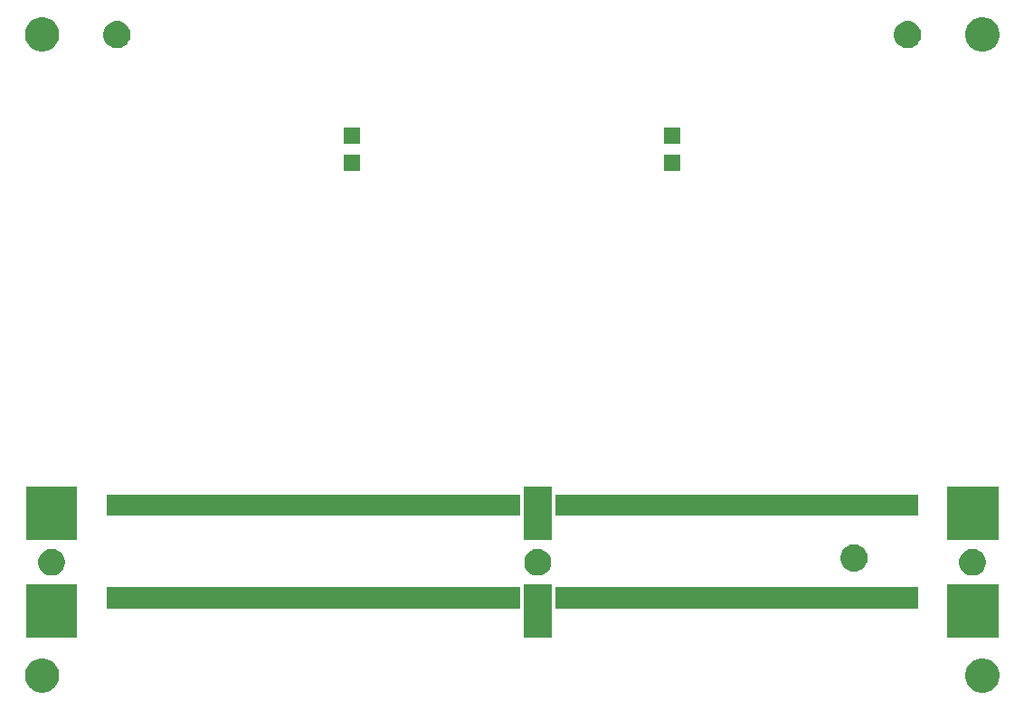
<source format=gbr>
G04 #@! TF.GenerationSoftware,KiCad,Pcbnew,5.0.2-bee76a0~70~ubuntu18.04.1*
G04 #@! TF.CreationDate,2020-07-02T17:28:08+02:00*
G04 #@! TF.ProjectId,ModulAdapter,4d6f6475-6c41-4646-9170-7465722e6b69,rev?*
G04 #@! TF.SameCoordinates,Original*
G04 #@! TF.FileFunction,Soldermask,Top*
G04 #@! TF.FilePolarity,Negative*
%FSLAX46Y46*%
G04 Gerber Fmt 4.6, Leading zero omitted, Abs format (unit mm)*
G04 Created by KiCad (PCBNEW 5.0.2-bee76a0~70~ubuntu18.04.1) date Do 02 Jul 2020 17:28:08 CEST*
%MOMM*%
%LPD*%
G01*
G04 APERTURE LIST*
%ADD10C,0.100000*%
G04 APERTURE END LIST*
D10*
G36*
X144466703Y-132461486D02*
X144757883Y-132582097D01*
X145019944Y-132757201D01*
X145242799Y-132980056D01*
X145417903Y-133242117D01*
X145538514Y-133533297D01*
X145600000Y-133842412D01*
X145600000Y-134157588D01*
X145538514Y-134466703D01*
X145417903Y-134757883D01*
X145242799Y-135019944D01*
X145019944Y-135242799D01*
X144757883Y-135417903D01*
X144466703Y-135538514D01*
X144157588Y-135600000D01*
X143842412Y-135600000D01*
X143533297Y-135538514D01*
X143242117Y-135417903D01*
X142980056Y-135242799D01*
X142757201Y-135019944D01*
X142582097Y-134757883D01*
X142461486Y-134466703D01*
X142400000Y-134157588D01*
X142400000Y-133842412D01*
X142461486Y-133533297D01*
X142582097Y-133242117D01*
X142757201Y-132980056D01*
X142980056Y-132757201D01*
X143242117Y-132582097D01*
X143533297Y-132461486D01*
X143842412Y-132400000D01*
X144157588Y-132400000D01*
X144466703Y-132461486D01*
X144466703Y-132461486D01*
G37*
G36*
X56466703Y-132461486D02*
X56757883Y-132582097D01*
X57019944Y-132757201D01*
X57242799Y-132980056D01*
X57417903Y-133242117D01*
X57538514Y-133533297D01*
X57600000Y-133842412D01*
X57600000Y-134157588D01*
X57538514Y-134466703D01*
X57417903Y-134757883D01*
X57242799Y-135019944D01*
X57019944Y-135242799D01*
X56757883Y-135417903D01*
X56466703Y-135538514D01*
X56157588Y-135600000D01*
X55842412Y-135600000D01*
X55533297Y-135538514D01*
X55242117Y-135417903D01*
X54980056Y-135242799D01*
X54757201Y-135019944D01*
X54582097Y-134757883D01*
X54461486Y-134466703D01*
X54400000Y-134157588D01*
X54400000Y-133842412D01*
X54461486Y-133533297D01*
X54582097Y-133242117D01*
X54757201Y-132980056D01*
X54980056Y-132757201D01*
X55242117Y-132582097D01*
X55533297Y-132461486D01*
X55842412Y-132400000D01*
X56157588Y-132400000D01*
X56466703Y-132461486D01*
X56466703Y-132461486D01*
G37*
G36*
X145500000Y-130490000D02*
X140700000Y-130490000D01*
X140700000Y-125490000D01*
X145500000Y-125490000D01*
X145500000Y-130490000D01*
X145500000Y-130490000D01*
G37*
G36*
X103700000Y-130490000D02*
X101100000Y-130490000D01*
X101100000Y-125490000D01*
X103700000Y-125490000D01*
X103700000Y-130490000D01*
X103700000Y-130490000D01*
G37*
G36*
X59300000Y-130490000D02*
X54500000Y-130490000D01*
X54500000Y-125490000D01*
X59300000Y-125490000D01*
X59300000Y-130490000D01*
X59300000Y-130490000D01*
G37*
G36*
X137975000Y-127750000D02*
X104025000Y-127750000D01*
X104025000Y-125750000D01*
X137975000Y-125750000D01*
X137975000Y-127750000D01*
X137975000Y-127750000D01*
G37*
G36*
X100775000Y-127750000D02*
X62025000Y-127750000D01*
X62025000Y-125750000D01*
X100775000Y-125750000D01*
X100775000Y-127750000D01*
X100775000Y-127750000D01*
G37*
G36*
X143464612Y-122198037D02*
X143692096Y-122292264D01*
X143896831Y-122429064D01*
X144070936Y-122603169D01*
X144207736Y-122807904D01*
X144301963Y-123035388D01*
X144350000Y-123276885D01*
X144350000Y-123523115D01*
X144301963Y-123764612D01*
X144207736Y-123992096D01*
X144070936Y-124196831D01*
X143896831Y-124370936D01*
X143692096Y-124507736D01*
X143464612Y-124601963D01*
X143223115Y-124650000D01*
X142976885Y-124650000D01*
X142735388Y-124601963D01*
X142507904Y-124507736D01*
X142303169Y-124370936D01*
X142129064Y-124196831D01*
X141992264Y-123992096D01*
X141898037Y-123764612D01*
X141850000Y-123523115D01*
X141850000Y-123276885D01*
X141898037Y-123035388D01*
X141992264Y-122807904D01*
X142129064Y-122603169D01*
X142303169Y-122429064D01*
X142507904Y-122292264D01*
X142735388Y-122198037D01*
X142976885Y-122150000D01*
X143223115Y-122150000D01*
X143464612Y-122198037D01*
X143464612Y-122198037D01*
G37*
G36*
X102764612Y-122198037D02*
X102992096Y-122292264D01*
X103196831Y-122429064D01*
X103370936Y-122603169D01*
X103507736Y-122807904D01*
X103601963Y-123035388D01*
X103650000Y-123276885D01*
X103650000Y-123523115D01*
X103601963Y-123764612D01*
X103507736Y-123992096D01*
X103370936Y-124196831D01*
X103196831Y-124370936D01*
X102992096Y-124507736D01*
X102764612Y-124601963D01*
X102523115Y-124650000D01*
X102276885Y-124650000D01*
X102035388Y-124601963D01*
X101807904Y-124507736D01*
X101603169Y-124370936D01*
X101429064Y-124196831D01*
X101292264Y-123992096D01*
X101198037Y-123764612D01*
X101150000Y-123523115D01*
X101150000Y-123276885D01*
X101198037Y-123035388D01*
X101292264Y-122807904D01*
X101429064Y-122603169D01*
X101603169Y-122429064D01*
X101807904Y-122292264D01*
X102035388Y-122198037D01*
X102276885Y-122150000D01*
X102523115Y-122150000D01*
X102764612Y-122198037D01*
X102764612Y-122198037D01*
G37*
G36*
X57264612Y-122198037D02*
X57492096Y-122292264D01*
X57696831Y-122429064D01*
X57870936Y-122603169D01*
X58007736Y-122807904D01*
X58101963Y-123035388D01*
X58150000Y-123276885D01*
X58150000Y-123523115D01*
X58101963Y-123764612D01*
X58007736Y-123992096D01*
X57870936Y-124196831D01*
X57696831Y-124370936D01*
X57492096Y-124507736D01*
X57264612Y-124601963D01*
X57023115Y-124650000D01*
X56776885Y-124650000D01*
X56535388Y-124601963D01*
X56307904Y-124507736D01*
X56103169Y-124370936D01*
X55929064Y-124196831D01*
X55792264Y-123992096D01*
X55698037Y-123764612D01*
X55650000Y-123523115D01*
X55650000Y-123276885D01*
X55698037Y-123035388D01*
X55792264Y-122807904D01*
X55929064Y-122603169D01*
X56103169Y-122429064D01*
X56307904Y-122292264D01*
X56535388Y-122198037D01*
X56776885Y-122150000D01*
X57023115Y-122150000D01*
X57264612Y-122198037D01*
X57264612Y-122198037D01*
G37*
G36*
X132247764Y-121754402D02*
X132370445Y-121778805D01*
X132601571Y-121874541D01*
X132809581Y-122013529D01*
X132986471Y-122190419D01*
X132986473Y-122190422D01*
X133125459Y-122398429D01*
X133221195Y-122629555D01*
X133221195Y-122629557D01*
X133256671Y-122807903D01*
X133270000Y-122874916D01*
X133270000Y-123125084D01*
X133221195Y-123370445D01*
X133125459Y-123601571D01*
X132986471Y-123809581D01*
X132809581Y-123986471D01*
X132809578Y-123986473D01*
X132601571Y-124125459D01*
X132370445Y-124221195D01*
X132247765Y-124245597D01*
X132125086Y-124270000D01*
X131874914Y-124270000D01*
X131752235Y-124245597D01*
X131629555Y-124221195D01*
X131398429Y-124125459D01*
X131190422Y-123986473D01*
X131190419Y-123986471D01*
X131013529Y-123809581D01*
X130874541Y-123601571D01*
X130778805Y-123370445D01*
X130730000Y-123125084D01*
X130730000Y-122874916D01*
X130743330Y-122807903D01*
X130778805Y-122629557D01*
X130778805Y-122629555D01*
X130874541Y-122398429D01*
X131013527Y-122190422D01*
X131013529Y-122190419D01*
X131190419Y-122013529D01*
X131398429Y-121874541D01*
X131629555Y-121778805D01*
X131752236Y-121754402D01*
X131874914Y-121730000D01*
X132125086Y-121730000D01*
X132247764Y-121754402D01*
X132247764Y-121754402D01*
G37*
G36*
X103700000Y-121310000D02*
X101100000Y-121310000D01*
X101100000Y-116310000D01*
X103700000Y-116310000D01*
X103700000Y-121310000D01*
X103700000Y-121310000D01*
G37*
G36*
X145500000Y-121310000D02*
X140700000Y-121310000D01*
X140700000Y-116310000D01*
X145500000Y-116310000D01*
X145500000Y-121310000D01*
X145500000Y-121310000D01*
G37*
G36*
X59300000Y-121310000D02*
X54500000Y-121310000D01*
X54500000Y-116310000D01*
X59300000Y-116310000D01*
X59300000Y-121310000D01*
X59300000Y-121310000D01*
G37*
G36*
X100775000Y-119050000D02*
X62025000Y-119050000D01*
X62025000Y-117050000D01*
X100775000Y-117050000D01*
X100775000Y-119050000D01*
X100775000Y-119050000D01*
G37*
G36*
X137975000Y-119050000D02*
X104025000Y-119050000D01*
X104025000Y-117050000D01*
X137975000Y-117050000D01*
X137975000Y-119050000D01*
X137975000Y-119050000D01*
G37*
G36*
X115736570Y-86780570D02*
X114235430Y-86780570D01*
X114235430Y-85279430D01*
X115736570Y-85279430D01*
X115736570Y-86780570D01*
X115736570Y-86780570D01*
G37*
G36*
X85764570Y-86780570D02*
X84263430Y-86780570D01*
X84263430Y-85279430D01*
X85764570Y-85279430D01*
X85764570Y-86780570D01*
X85764570Y-86780570D01*
G37*
G36*
X115736570Y-84240570D02*
X114235430Y-84240570D01*
X114235430Y-82739430D01*
X115736570Y-82739430D01*
X115736570Y-84240570D01*
X115736570Y-84240570D01*
G37*
G36*
X85764570Y-84240570D02*
X84263430Y-84240570D01*
X84263430Y-82739430D01*
X85764570Y-82739430D01*
X85764570Y-84240570D01*
X85764570Y-84240570D01*
G37*
G36*
X56466703Y-72461486D02*
X56757883Y-72582097D01*
X57019944Y-72757201D01*
X57242799Y-72980056D01*
X57417903Y-73242117D01*
X57538514Y-73533297D01*
X57600000Y-73842412D01*
X57600000Y-74157588D01*
X57538514Y-74466703D01*
X57417903Y-74757883D01*
X57242799Y-75019944D01*
X57019944Y-75242799D01*
X56757883Y-75417903D01*
X56466703Y-75538514D01*
X56157588Y-75600000D01*
X55842412Y-75600000D01*
X55533297Y-75538514D01*
X55242117Y-75417903D01*
X54980056Y-75242799D01*
X54757201Y-75019944D01*
X54582097Y-74757883D01*
X54461486Y-74466703D01*
X54400000Y-74157588D01*
X54400000Y-73842412D01*
X54461486Y-73533297D01*
X54582097Y-73242117D01*
X54757201Y-72980056D01*
X54980056Y-72757201D01*
X55242117Y-72582097D01*
X55533297Y-72461486D01*
X55842412Y-72400000D01*
X56157588Y-72400000D01*
X56466703Y-72461486D01*
X56466703Y-72461486D01*
G37*
G36*
X144466703Y-72461486D02*
X144757883Y-72582097D01*
X145019944Y-72757201D01*
X145242799Y-72980056D01*
X145417903Y-73242117D01*
X145538514Y-73533297D01*
X145600000Y-73842412D01*
X145600000Y-74157588D01*
X145538514Y-74466703D01*
X145417903Y-74757883D01*
X145242799Y-75019944D01*
X145019944Y-75242799D01*
X144757883Y-75417903D01*
X144466703Y-75538514D01*
X144157588Y-75600000D01*
X143842412Y-75600000D01*
X143533297Y-75538514D01*
X143242117Y-75417903D01*
X142980056Y-75242799D01*
X142757201Y-75019944D01*
X142582097Y-74757883D01*
X142461486Y-74466703D01*
X142400000Y-74157588D01*
X142400000Y-73842412D01*
X142461486Y-73533297D01*
X142582097Y-73242117D01*
X142757201Y-72980056D01*
X142980056Y-72757201D01*
X143242117Y-72582097D01*
X143533297Y-72461486D01*
X143842412Y-72400000D01*
X144157588Y-72400000D01*
X144466703Y-72461486D01*
X144466703Y-72461486D01*
G37*
G36*
X137247765Y-72754403D02*
X137370445Y-72778805D01*
X137601571Y-72874541D01*
X137809581Y-73013529D01*
X137986471Y-73190419D01*
X137986473Y-73190422D01*
X138125459Y-73398429D01*
X138221195Y-73629555D01*
X138270000Y-73874916D01*
X138270000Y-74125084D01*
X138221195Y-74370445D01*
X138181323Y-74466703D01*
X138125459Y-74601571D01*
X137986471Y-74809581D01*
X137809581Y-74986471D01*
X137809578Y-74986473D01*
X137601571Y-75125459D01*
X137370445Y-75221195D01*
X137247765Y-75245597D01*
X137125086Y-75270000D01*
X136874914Y-75270000D01*
X136752235Y-75245597D01*
X136629555Y-75221195D01*
X136398429Y-75125459D01*
X136190422Y-74986473D01*
X136190419Y-74986471D01*
X136013529Y-74809581D01*
X135874541Y-74601571D01*
X135818677Y-74466703D01*
X135778805Y-74370445D01*
X135730000Y-74125084D01*
X135730000Y-73874916D01*
X135778805Y-73629555D01*
X135874541Y-73398429D01*
X136013527Y-73190422D01*
X136013529Y-73190419D01*
X136190419Y-73013529D01*
X136398429Y-72874541D01*
X136629555Y-72778805D01*
X136752235Y-72754403D01*
X136874914Y-72730000D01*
X137125086Y-72730000D01*
X137247765Y-72754403D01*
X137247765Y-72754403D01*
G37*
G36*
X63247765Y-72754403D02*
X63370445Y-72778805D01*
X63601571Y-72874541D01*
X63809581Y-73013529D01*
X63986471Y-73190419D01*
X63986473Y-73190422D01*
X64125459Y-73398429D01*
X64221195Y-73629555D01*
X64270000Y-73874916D01*
X64270000Y-74125084D01*
X64221195Y-74370445D01*
X64181323Y-74466703D01*
X64125459Y-74601571D01*
X63986471Y-74809581D01*
X63809581Y-74986471D01*
X63809578Y-74986473D01*
X63601571Y-75125459D01*
X63370445Y-75221195D01*
X63247765Y-75245597D01*
X63125086Y-75270000D01*
X62874914Y-75270000D01*
X62752235Y-75245597D01*
X62629555Y-75221195D01*
X62398429Y-75125459D01*
X62190422Y-74986473D01*
X62190419Y-74986471D01*
X62013529Y-74809581D01*
X61874541Y-74601571D01*
X61818677Y-74466703D01*
X61778805Y-74370445D01*
X61730000Y-74125084D01*
X61730000Y-73874916D01*
X61778805Y-73629555D01*
X61874541Y-73398429D01*
X62013527Y-73190422D01*
X62013529Y-73190419D01*
X62190419Y-73013529D01*
X62398429Y-72874541D01*
X62629555Y-72778805D01*
X62752235Y-72754403D01*
X62874914Y-72730000D01*
X63125086Y-72730000D01*
X63247765Y-72754403D01*
X63247765Y-72754403D01*
G37*
M02*

</source>
